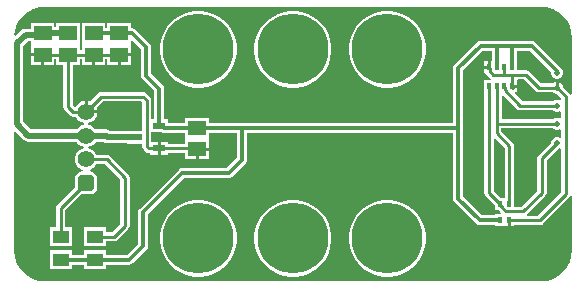
<source format=gbr>
G04*
G04 #@! TF.GenerationSoftware,Altium Limited,Altium Designer,23.0.1 (38)*
G04*
G04 Layer_Physical_Order=1*
G04 Layer_Color=255*
%FSLAX24Y24*%
%MOIN*%
G70*
G04*
G04 #@! TF.SameCoordinates,76AA6A9F-6522-488D-AC0F-A5AD469E9F3A*
G04*
G04*
G04 #@! TF.FilePolarity,Positive*
G04*
G01*
G75*
%ADD13C,0.0100*%
%ADD14R,0.0591X0.0472*%
%ADD15R,0.0394X0.0236*%
%ADD16R,0.0118X0.0197*%
%ADD17R,0.0138X0.0197*%
%ADD18R,0.0531X0.0413*%
%ADD28C,0.0200*%
%ADD29C,0.0130*%
G04:AMPARAMS|DCode=30|XSize=55.1mil|YSize=55.1mil|CornerRadius=13.8mil|HoleSize=0mil|Usage=FLASHONLY|Rotation=90.000|XOffset=0mil|YOffset=0mil|HoleType=Round|Shape=RoundedRectangle|*
%AMROUNDEDRECTD30*
21,1,0.0551,0.0276,0,0,90.0*
21,1,0.0276,0.0551,0,0,90.0*
1,1,0.0276,0.0138,0.0138*
1,1,0.0276,0.0138,-0.0138*
1,1,0.0276,-0.0138,-0.0138*
1,1,0.0276,-0.0138,0.0138*
%
%ADD30ROUNDEDRECTD30*%
%ADD31C,0.0551*%
%ADD32C,0.2362*%
%ADD33C,0.0200*%
G36*
X54764Y41826D02*
X54957Y41767D01*
X55135Y41672D01*
X55292Y41544D01*
X55420Y41387D01*
X55515Y41209D01*
X55574Y41016D01*
X55593Y40824D01*
X55591Y40815D01*
Y38921D01*
X55541Y38914D01*
X55508Y38963D01*
X55300Y39171D01*
Y39190D01*
X55270Y39263D01*
X55213Y39320D01*
X55150Y39346D01*
Y39150D01*
X55050D01*
Y39346D01*
X54987Y39320D01*
X54970Y39303D01*
X54563D01*
X54183Y39683D01*
X54134Y39716D01*
X54075Y39728D01*
X53769D01*
Y40028D01*
X53768D01*
Y40382D01*
X54180D01*
X54900Y39662D01*
Y39610D01*
X54930Y39537D01*
X54987Y39480D01*
X55060Y39450D01*
X55140D01*
X55213Y39480D01*
X55270Y39537D01*
X55300Y39610D01*
Y39690D01*
X55270Y39763D01*
X55229Y39804D01*
X55219Y39819D01*
X55219Y39819D01*
X54369Y40669D01*
X54314Y40705D01*
X54250Y40718D01*
X53106D01*
X53106Y40718D01*
X53106Y40718D01*
X52550D01*
X52486Y40705D01*
X52431Y40669D01*
X51681Y39919D01*
X51645Y39864D01*
X51632Y39800D01*
Y37973D01*
X43495D01*
Y38141D01*
X42705D01*
Y37973D01*
X42141D01*
Y38092D01*
X42012D01*
Y39106D01*
X41999Y39171D01*
X41963Y39225D01*
X41568Y39620D01*
Y40500D01*
X41555Y40564D01*
X41519Y40619D01*
X41065Y41073D01*
X41010Y41110D01*
X40946Y41123D01*
X40895D01*
Y41291D01*
X40105D01*
Y41123D01*
X40045D01*
Y41291D01*
X39255D01*
Y40618D01*
X39255D01*
Y40582D01*
X39255D01*
Y40399D01*
X39195D01*
Y40582D01*
X39195D01*
Y40618D01*
X39195D01*
Y41291D01*
X38405D01*
Y41158D01*
X38345D01*
Y41291D01*
X37555D01*
Y41117D01*
X37382D01*
X37304Y41102D01*
X37238Y41057D01*
X37052Y40872D01*
X37004Y40894D01*
X37016Y41016D01*
X37075Y41209D01*
X37170Y41387D01*
X37298Y41544D01*
X37454Y41672D01*
X37633Y41767D01*
X37826Y41826D01*
X38017Y41845D01*
X38027Y41843D01*
X54563D01*
X54572Y41845D01*
X54764Y41826D01*
D02*
G37*
G36*
X41232Y40430D02*
Y39550D01*
X41245Y39486D01*
X41281Y39431D01*
X41675Y39037D01*
Y38092D01*
X41578D01*
Y38725D01*
X41566Y38784D01*
X41533Y38833D01*
X41408Y38958D01*
X41359Y38991D01*
X41300Y39003D01*
X39913D01*
X39854Y38991D01*
X39804Y38958D01*
X39536Y38690D01*
X39450Y38713D01*
Y38387D01*
X39775D01*
X39752Y38473D01*
X39976Y38697D01*
X41237D01*
X41272Y38662D01*
Y37718D01*
X40759D01*
Y37704D01*
X40198D01*
X40147Y37738D01*
X40069Y37754D01*
X39716D01*
X39701Y37781D01*
X39631Y37851D01*
X39545Y37900D01*
X39478Y37918D01*
Y37970D01*
X39545Y37987D01*
X39631Y38037D01*
X39701Y38107D01*
X39750Y38192D01*
X39775Y38287D01*
X39400D01*
Y38337D01*
X39350D01*
Y38713D01*
X39255Y38687D01*
X39169Y38638D01*
X39099Y38568D01*
X39067Y38512D01*
X39010Y38506D01*
X38953Y38563D01*
Y39909D01*
X39195D01*
Y40093D01*
X39255D01*
Y39909D01*
X39600D01*
Y40246D01*
X39700D01*
Y39909D01*
X40045D01*
Y40093D01*
X40105D01*
Y39909D01*
X40450D01*
Y40246D01*
X40500D01*
Y40296D01*
X40895D01*
Y40582D01*
X40895D01*
Y40618D01*
X40895D01*
Y40701D01*
X40941Y40721D01*
X41232Y40430D01*
D02*
G37*
G36*
X54392Y39042D02*
X54441Y39009D01*
X54500Y38997D01*
X54970D01*
X54987Y38980D01*
X55060Y38950D01*
X55089D01*
X55242Y38797D01*
X55237Y38751D01*
X55194Y38728D01*
X55140Y38750D01*
X55060D01*
X54987Y38720D01*
X54970Y38703D01*
X53934D01*
X53681Y38955D01*
X53701Y39002D01*
X53769D01*
Y39137D01*
X53772Y39150D01*
X53600D01*
Y39250D01*
X53769D01*
Y39398D01*
X53809Y39422D01*
X54012D01*
X54392Y39042D01*
D02*
G37*
G36*
X53762Y38442D02*
X53812Y38409D01*
X53871Y38397D01*
X54970D01*
X54987Y38380D01*
X55060Y38350D01*
X55140D01*
X55197Y38374D01*
X55247Y38349D01*
Y38151D01*
X55197Y38126D01*
X55140Y38150D01*
X55060D01*
X54987Y38120D01*
X54970Y38103D01*
X53259D01*
Y38880D01*
X53305Y38899D01*
X53762Y38442D01*
D02*
G37*
G36*
X37555Y40618D02*
X37555D01*
Y40582D01*
X37555D01*
Y40296D01*
X37950D01*
Y40246D01*
X38000D01*
Y39909D01*
X38345D01*
Y40093D01*
X38405D01*
Y39909D01*
X38647D01*
Y38500D01*
X38659Y38441D01*
X38692Y38392D01*
X38854Y38229D01*
X38904Y38196D01*
X38963Y38184D01*
X39055D01*
X39099Y38107D01*
X39169Y38037D01*
X39255Y37987D01*
X39322Y37970D01*
Y37918D01*
X39255Y37900D01*
X39169Y37851D01*
X39099Y37781D01*
X39084Y37754D01*
X37553D01*
X37300Y38007D01*
Y40543D01*
X37466Y40709D01*
X37555D01*
Y40618D01*
D02*
G37*
G36*
X54987Y37780D02*
X55060Y37750D01*
X55140D01*
X55197Y37774D01*
X55247Y37749D01*
Y37501D01*
X55197Y37476D01*
X55140Y37500D01*
X55060D01*
X54987Y37470D01*
X54930Y37413D01*
X54900Y37340D01*
Y37316D01*
X54492Y36908D01*
X54459Y36859D01*
X54447Y36800D01*
Y35713D01*
X53914Y35180D01*
X53667D01*
Y35474D01*
X53660D01*
Y37206D01*
X53649Y37265D01*
X53616Y37315D01*
X53241Y37689D01*
Y37797D01*
X54970D01*
X54987Y37780D01*
D02*
G37*
G36*
X53355Y37143D02*
Y35474D01*
X53210D01*
X52985Y35699D01*
Y37447D01*
X53031Y37466D01*
X53355Y37143D01*
D02*
G37*
G36*
X52920Y40028D02*
X52882D01*
Y39830D01*
X52832D01*
Y39780D01*
X52663D01*
Y39632D01*
X52709D01*
X52710Y39629D01*
X52743Y39579D01*
X52856Y39467D01*
X52883Y39448D01*
X52868Y39398D01*
X52663D01*
Y39002D01*
X52679D01*
Y35636D01*
X52691Y35577D01*
X52724Y35528D01*
X53033Y35218D01*
Y35077D01*
X53135D01*
X53160Y35053D01*
X53190Y35007D01*
X53228Y34969D01*
X53209Y34923D01*
X53033D01*
Y34893D01*
X52595D01*
X51968Y35520D01*
Y37800D01*
Y39730D01*
X52620Y40382D01*
X52920D01*
Y40028D01*
D02*
G37*
G36*
X55247Y37099D02*
Y35663D01*
X54461Y34877D01*
X54113D01*
X54101Y34895D01*
X54094Y34927D01*
X54708Y35542D01*
X54741Y35591D01*
X54753Y35650D01*
Y36737D01*
X55116Y37100D01*
X55140D01*
X55197Y37124D01*
X55247Y37099D01*
D02*
G37*
G36*
X37324Y37406D02*
X37391Y37362D01*
X37469Y37346D01*
X39084D01*
X39099Y37319D01*
X39169Y37249D01*
X39255Y37200D01*
X39322Y37182D01*
Y37130D01*
X39255Y37113D01*
X39169Y37063D01*
X39099Y36993D01*
X39050Y36908D01*
X39024Y36812D01*
Y36713D01*
X39050Y36618D01*
X39099Y36532D01*
X39169Y36462D01*
X39255Y36413D01*
X39282Y36405D01*
X39275Y36355D01*
X39262D01*
X39169Y36337D01*
X39091Y36284D01*
X39038Y36206D01*
X39020Y36113D01*
Y35837D01*
X39024Y35816D01*
X38442Y35233D01*
X38409Y35184D01*
X38397Y35125D01*
Y34491D01*
X38184D01*
Y33877D01*
X38916D01*
Y34491D01*
X38703D01*
Y35062D01*
X39240Y35599D01*
X39262Y35595D01*
X39538D01*
X39631Y35613D01*
X39709Y35666D01*
X39762Y35745D01*
X39780Y35837D01*
Y36113D01*
X39762Y36206D01*
X39709Y36284D01*
X39631Y36337D01*
X39538Y36355D01*
X39525D01*
X39518Y36405D01*
X39545Y36413D01*
X39631Y36462D01*
X39701Y36532D01*
X39745Y36610D01*
X40024D01*
X40547Y36087D01*
Y34613D01*
X40271Y34337D01*
X40066D01*
Y34491D01*
X39334D01*
Y33877D01*
X40066D01*
Y34031D01*
X40334D01*
X40392Y34043D01*
X40442Y34076D01*
X40808Y34442D01*
X40841Y34491D01*
X40853Y34550D01*
Y36150D01*
X40841Y36209D01*
X40808Y36258D01*
X40196Y36871D01*
X40146Y36904D01*
X40087Y36916D01*
X39745D01*
X39701Y36993D01*
X39631Y37063D01*
X39545Y37113D01*
X39478Y37130D01*
Y37182D01*
X39545Y37200D01*
X39631Y37249D01*
X39701Y37319D01*
X39716Y37346D01*
X39989D01*
X40041Y37312D01*
X40119Y37296D01*
X40119Y37296D01*
X40759D01*
Y37282D01*
X41272D01*
Y37185D01*
X41284Y37126D01*
X41317Y37076D01*
X41375Y37018D01*
X41425Y36985D01*
X41484Y36973D01*
X41547D01*
Y36908D01*
X41794D01*
Y37126D01*
Y37344D01*
X41578D01*
Y37656D01*
X41917D01*
X41928Y37649D01*
X41992Y37636D01*
X42705D01*
Y37468D01*
X42705D01*
Y37432D01*
X42705D01*
Y37279D01*
X42141D01*
Y37344D01*
X41894D01*
Y37126D01*
Y36908D01*
X42141D01*
Y36973D01*
X42705D01*
Y36759D01*
X43050D01*
Y37096D01*
X43100D01*
Y37146D01*
X43495D01*
Y37432D01*
X43495D01*
Y37468D01*
X43495D01*
Y37636D01*
X44432D01*
Y36820D01*
X44080Y36468D01*
X42600D01*
X42600Y36468D01*
X42536Y36455D01*
X42481Y36419D01*
X42481Y36419D01*
X41181Y35119D01*
X41145Y35064D01*
X41132Y35000D01*
Y33952D01*
X40764Y33584D01*
X40066D01*
Y33723D01*
X39334D01*
Y33584D01*
X38916D01*
Y33723D01*
X38184D01*
Y33109D01*
X38916D01*
Y33248D01*
X39334D01*
Y33109D01*
X40066D01*
Y33248D01*
X40834D01*
X40898Y33261D01*
X40953Y33297D01*
X41419Y33763D01*
X41455Y33818D01*
X41468Y33882D01*
Y34930D01*
X42670Y36132D01*
X44150D01*
X44214Y36145D01*
X44269Y36181D01*
X44719Y36631D01*
X44755Y36686D01*
X44768Y36750D01*
Y37636D01*
X51632D01*
Y35450D01*
X51645Y35386D01*
X51681Y35331D01*
X52407Y34605D01*
X52407Y34605D01*
X52461Y34569D01*
X52526Y34556D01*
X52526Y34556D01*
X53033D01*
Y34526D01*
X53457D01*
Y34724D01*
X53557D01*
Y34526D01*
X53667D01*
Y34571D01*
X54524D01*
X54583Y34583D01*
X54633Y34616D01*
X55508Y35492D01*
X55541Y35541D01*
X55591Y35534D01*
Y33728D01*
X55593Y33718D01*
X55574Y33527D01*
X55515Y33333D01*
X55420Y33155D01*
X55292Y32999D01*
X55135Y32871D01*
X54957Y32775D01*
X54764Y32717D01*
X54612Y32702D01*
X54563Y32700D01*
X54563Y32700D01*
X54513Y32700D01*
X38027D01*
X38017Y32698D01*
X37826Y32717D01*
X37633Y32775D01*
X37454Y32871D01*
X37298Y32999D01*
X37170Y33155D01*
X37075Y33333D01*
X37016Y33527D01*
X37001Y33679D01*
X36999Y33728D01*
X36999Y33728D01*
X36999Y33777D01*
Y37666D01*
X37045Y37685D01*
X37324Y37406D01*
D02*
G37*
%LPC*%
G36*
X49545Y41702D02*
X49344D01*
X49145Y41670D01*
X48953Y41608D01*
X48773Y41517D01*
X48610Y41398D01*
X48467Y41255D01*
X48349Y41092D01*
X48257Y40913D01*
X48195Y40721D01*
X48163Y40522D01*
Y40320D01*
X48195Y40121D01*
X48257Y39929D01*
X48349Y39749D01*
X48467Y39586D01*
X48610Y39444D01*
X48773Y39325D01*
X48953Y39234D01*
X49145Y39171D01*
X49344Y39140D01*
X49545D01*
X49744Y39171D01*
X49936Y39234D01*
X50116Y39325D01*
X50279Y39444D01*
X50422Y39586D01*
X50540Y39749D01*
X50632Y39929D01*
X50694Y40121D01*
X50726Y40320D01*
Y40522D01*
X50694Y40721D01*
X50632Y40913D01*
X50540Y41092D01*
X50422Y41255D01*
X50279Y41398D01*
X50116Y41517D01*
X49936Y41608D01*
X49744Y41670D01*
X49545Y41702D01*
D02*
G37*
G36*
X46396D02*
X46194D01*
X45995Y41670D01*
X45803Y41608D01*
X45623Y41517D01*
X45460Y41398D01*
X45318Y41255D01*
X45199Y41092D01*
X45108Y40913D01*
X45045Y40721D01*
X45014Y40522D01*
Y40320D01*
X45045Y40121D01*
X45108Y39929D01*
X45199Y39749D01*
X45318Y39586D01*
X45460Y39444D01*
X45623Y39325D01*
X45803Y39234D01*
X45995Y39171D01*
X46194Y39140D01*
X46396D01*
X46595Y39171D01*
X46787Y39234D01*
X46966Y39325D01*
X47129Y39444D01*
X47272Y39586D01*
X47391Y39749D01*
X47482Y39929D01*
X47544Y40121D01*
X47576Y40320D01*
Y40522D01*
X47544Y40721D01*
X47482Y40913D01*
X47391Y41092D01*
X47272Y41255D01*
X47129Y41398D01*
X46966Y41517D01*
X46787Y41608D01*
X46595Y41670D01*
X46396Y41702D01*
D02*
G37*
G36*
X43246D02*
X43044D01*
X42845Y41670D01*
X42653Y41608D01*
X42474Y41517D01*
X42311Y41398D01*
X42168Y41255D01*
X42050Y41092D01*
X41958Y40913D01*
X41896Y40721D01*
X41864Y40522D01*
Y40320D01*
X41896Y40121D01*
X41958Y39929D01*
X42050Y39749D01*
X42168Y39586D01*
X42311Y39444D01*
X42474Y39325D01*
X42653Y39234D01*
X42845Y39171D01*
X43044Y39140D01*
X43246D01*
X43445Y39171D01*
X43637Y39234D01*
X43817Y39325D01*
X43980Y39444D01*
X44122Y39586D01*
X44241Y39749D01*
X44333Y39929D01*
X44395Y40121D01*
X44426Y40320D01*
Y40522D01*
X44395Y40721D01*
X44333Y40913D01*
X44241Y41092D01*
X44122Y41255D01*
X43980Y41398D01*
X43817Y41517D01*
X43637Y41608D01*
X43445Y41670D01*
X43246Y41702D01*
D02*
G37*
G36*
X40895Y40196D02*
X40550D01*
Y39909D01*
X40895D01*
Y40196D01*
D02*
G37*
G36*
X37900D02*
X37555D01*
Y39909D01*
X37900D01*
Y40196D01*
D02*
G37*
G36*
X52782Y40028D02*
X52663D01*
Y39880D01*
X52782D01*
Y40028D01*
D02*
G37*
G36*
X43495Y37046D02*
X43150D01*
Y36759D01*
X43495D01*
Y37046D01*
D02*
G37*
G36*
X49545Y35403D02*
X49344D01*
X49145Y35371D01*
X48953Y35309D01*
X48773Y35217D01*
X48610Y35099D01*
X48467Y34956D01*
X48349Y34793D01*
X48257Y34613D01*
X48195Y34422D01*
X48163Y34222D01*
Y34021D01*
X48195Y33822D01*
X48257Y33630D01*
X48349Y33450D01*
X48467Y33287D01*
X48610Y33144D01*
X48773Y33026D01*
X48953Y32934D01*
X49145Y32872D01*
X49344Y32841D01*
X49545D01*
X49744Y32872D01*
X49936Y32934D01*
X50116Y33026D01*
X50279Y33144D01*
X50422Y33287D01*
X50540Y33450D01*
X50632Y33630D01*
X50694Y33822D01*
X50726Y34021D01*
Y34222D01*
X50694Y34422D01*
X50632Y34613D01*
X50540Y34793D01*
X50422Y34956D01*
X50279Y35099D01*
X50116Y35217D01*
X49936Y35309D01*
X49744Y35371D01*
X49545Y35403D01*
D02*
G37*
G36*
X46396D02*
X46194D01*
X45995Y35371D01*
X45803Y35309D01*
X45623Y35217D01*
X45460Y35099D01*
X45318Y34956D01*
X45199Y34793D01*
X45108Y34613D01*
X45045Y34422D01*
X45014Y34222D01*
Y34021D01*
X45045Y33822D01*
X45108Y33630D01*
X45199Y33450D01*
X45318Y33287D01*
X45460Y33144D01*
X45623Y33026D01*
X45803Y32934D01*
X45995Y32872D01*
X46194Y32841D01*
X46396D01*
X46595Y32872D01*
X46787Y32934D01*
X46966Y33026D01*
X47129Y33144D01*
X47272Y33287D01*
X47391Y33450D01*
X47482Y33630D01*
X47544Y33822D01*
X47576Y34021D01*
Y34222D01*
X47544Y34422D01*
X47482Y34613D01*
X47391Y34793D01*
X47272Y34956D01*
X47129Y35099D01*
X46966Y35217D01*
X46787Y35309D01*
X46595Y35371D01*
X46396Y35403D01*
D02*
G37*
G36*
X43246D02*
X43044D01*
X42845Y35371D01*
X42653Y35309D01*
X42474Y35217D01*
X42311Y35099D01*
X42168Y34956D01*
X42050Y34793D01*
X41958Y34613D01*
X41896Y34422D01*
X41864Y34222D01*
Y34021D01*
X41896Y33822D01*
X41958Y33630D01*
X42050Y33450D01*
X42168Y33287D01*
X42311Y33144D01*
X42474Y33026D01*
X42653Y32934D01*
X42845Y32872D01*
X43044Y32841D01*
X43246D01*
X43445Y32872D01*
X43637Y32934D01*
X43817Y33026D01*
X43980Y33144D01*
X44122Y33287D01*
X44241Y33450D01*
X44333Y33630D01*
X44395Y33822D01*
X44426Y34021D01*
Y34222D01*
X44395Y34422D01*
X44333Y34613D01*
X44241Y34793D01*
X44122Y34956D01*
X43980Y35099D01*
X43817Y35217D01*
X43637Y35309D01*
X43445Y35371D01*
X43246Y35403D01*
D02*
G37*
%LPD*%
D13*
X40700Y34550D02*
Y36150D01*
X40334Y34184D02*
X40700Y34550D01*
X39700Y34184D02*
X40334D01*
X40087Y36763D02*
X40700Y36150D01*
X39400Y36763D02*
X40087D01*
X38963Y38337D02*
X39400D01*
X38800Y38500D02*
X38963Y38337D01*
X38800Y38500D02*
Y40246D01*
X39650D02*
X40500D01*
X38800D02*
X39650D01*
X37950D02*
X38800D01*
X54500Y39150D02*
X55105D01*
X54075Y39575D02*
X54500Y39150D01*
X53600Y39575D02*
X54075D01*
X53350D02*
X53600D01*
Y39200D02*
Y39575D01*
X53088Y39200D02*
X53106Y39182D01*
Y37950D02*
Y39182D01*
Y37950D02*
X55100D01*
X52832Y35636D02*
Y39200D01*
Y35636D02*
X53193Y35276D01*
Y35236D02*
Y35276D01*
X53344Y39581D02*
Y39830D01*
X53977Y35027D02*
X54600Y35650D01*
Y36800D01*
X55100Y37300D01*
X53386Y35027D02*
X53977D01*
X55400Y35600D02*
Y38855D01*
X54524Y34724D02*
X55400Y35600D01*
X53507Y34724D02*
X54524D01*
X53088Y37626D02*
Y37968D01*
X53507Y35276D02*
Y37206D01*
X53088Y37626D02*
X53507Y37206D01*
X53088Y37968D02*
X53106Y37950D01*
X53363Y39058D02*
X53871Y38550D01*
X53344Y39200D02*
X53363Y39181D01*
Y39058D02*
Y39181D01*
X53600Y39170D02*
X53619Y39152D01*
X53600Y39170D02*
Y39200D01*
X52964Y39575D02*
X53350D01*
X53344Y39581D02*
X53350Y39575D01*
X52832Y39830D02*
X52851Y39811D01*
Y39687D02*
Y39811D01*
Y39687D02*
X52964Y39575D01*
X53871Y38550D02*
X55100D01*
X55105Y39150D02*
X55400Y38855D01*
X53298Y35115D02*
X53386Y35027D01*
X53298Y35115D02*
Y35130D01*
X53193Y35236D02*
X53298Y35130D01*
X38550Y35125D02*
X39400Y35975D01*
X38550Y34184D02*
Y35125D01*
X41844Y37126D02*
X43070D01*
X43100Y37096D01*
X41425Y37185D02*
Y38725D01*
X41484Y37126D02*
X41844D01*
X41425Y37185D02*
X41484Y37126D01*
X41300Y38850D02*
X41425Y38725D01*
X39913Y38850D02*
X41300D01*
X39400Y38337D02*
X39913Y38850D01*
D14*
X38800Y40246D02*
D03*
Y40954D02*
D03*
X39650Y40246D02*
D03*
Y40954D02*
D03*
X40500Y40246D02*
D03*
Y40954D02*
D03*
X37950D02*
D03*
Y40246D02*
D03*
X43100Y37804D02*
D03*
Y37096D02*
D03*
D15*
X41056Y37500D02*
D03*
X41844Y37874D02*
D03*
Y37126D02*
D03*
D16*
X53507Y34724D02*
D03*
X53193D02*
D03*
Y35276D02*
D03*
X53507D02*
D03*
D17*
X52832Y39830D02*
D03*
Y39200D02*
D03*
X53600D02*
D03*
Y39830D02*
D03*
X53088D02*
D03*
Y39200D02*
D03*
X53344Y39830D02*
D03*
Y39200D02*
D03*
D18*
X39700Y34184D02*
D03*
Y33416D02*
D03*
X38550Y34184D02*
D03*
Y33416D02*
D03*
D28*
X40119Y37500D02*
X41056D01*
X37469Y37550D02*
X40069D01*
X40119Y37500D01*
X37096Y37923D02*
X37469Y37550D01*
X37909Y40913D02*
X37950Y40954D01*
X37382Y40913D02*
X37909D01*
X37096Y37923D02*
Y40627D01*
X37382Y40913D01*
X37950Y40954D02*
X38800D01*
D29*
X52526Y34724D02*
X53193D01*
X51800Y35450D02*
Y37800D01*
Y35450D02*
X52526Y34724D01*
X51800Y37800D02*
Y39800D01*
X51796Y37804D02*
X51800Y37800D01*
Y39800D02*
X52550Y40550D01*
X44600Y37804D02*
X51796D01*
X42600Y36300D02*
X44150D01*
X41300Y35000D02*
X42600Y36300D01*
X41300Y33882D02*
Y35000D01*
X40834Y33416D02*
X41300Y33882D01*
X39700Y33416D02*
X40834D01*
X38550D02*
X39700D01*
X44150Y36300D02*
X44600Y36750D01*
Y37804D01*
X40946Y40954D02*
X41400Y40500D01*
X41844Y37874D02*
Y39106D01*
X41400Y39550D02*
Y40500D01*
Y39550D02*
X41844Y39106D01*
X40500Y40954D02*
X40946D01*
X39650D02*
X40500D01*
X55100Y39650D02*
Y39700D01*
X54250Y40550D02*
X55100Y39700D01*
X53600Y40550D02*
X54250D01*
X53106D02*
X53600D01*
Y39830D02*
Y40550D01*
X53088Y40532D02*
X53106Y40550D01*
X53088Y39830D02*
Y40532D01*
X52550Y40550D02*
X53106D01*
X41922Y37874D02*
X41992Y37804D01*
X43100D02*
X44600D01*
X41992D02*
X43100D01*
X41844Y37874D02*
X41922D01*
D30*
X39400Y35975D02*
D03*
D31*
Y36763D02*
D03*
Y37550D02*
D03*
Y38337D02*
D03*
D32*
X46295Y40421D02*
D03*
X49444D02*
D03*
X43145D02*
D03*
Y34122D02*
D03*
X46295D02*
D03*
X49444D02*
D03*
D33*
X55100Y39650D02*
D03*
Y37300D02*
D03*
Y37950D02*
D03*
Y38550D02*
D03*
Y39150D02*
D03*
M02*

</source>
